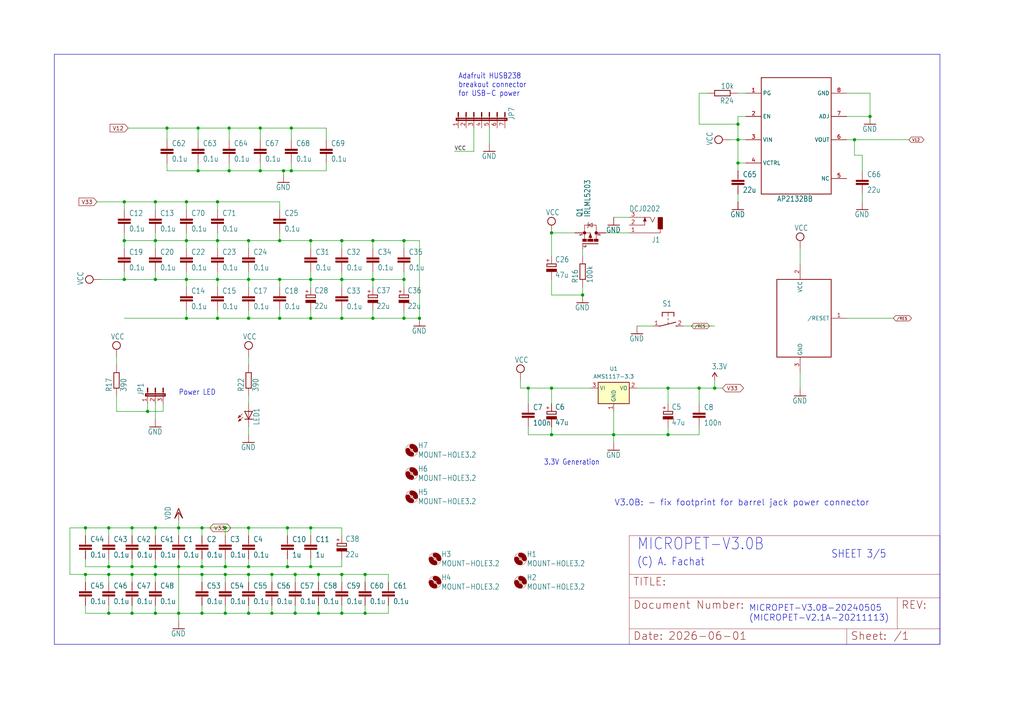
<source format=kicad_sch>
(kicad_sch (version 20231120) (generator "eeschema") (generator_version "8.0")
  (paper "User" 334.823 231.292)
  (junction (at 91.44 91.44))
  (junction (at 71.12 91.44))
  (junction (at 91.44 78.74))
  (junction (at 81.28 185.42))
  (junction (at 35.56 185.42))
  (junction (at 132.08 78.74))
  (junction (at 241.3 53.34))
  (junction (at 50.8 200.66))
  (junction (at 43.18 172.72))
  (junction (at 71.12 104.14))
  (junction (at 81.28 91.44))
  (junction (at 40.64 78.74))
  (junction (at 111.76 187.96))
  (junction (at 73.66 187.96))
  (junction (at 91.44 104.14))
  (junction (at 74.93 41.91))
  (junction (at 121.92 91.44))
  (junction (at 81.28 78.74))
  (junction (at 111.76 91.44))
  (junction (at 180.34 76.2))
  (junction (at 111.76 104.14))
  (junction (at 60.96 66.04))
  (junction (at 66.04 200.66))
  (junction (at 180.34 142.24))
  (junction (at 54.61 41.91))
  (junction (at 73.66 200.66))
  (junction (at 190.5 96.52))
  (junction (at 66.04 172.72))
  (junction (at 121.92 78.74))
  (junction (at 64.77 55.88))
  (junction (at 101.6 78.74))
  (junction (at 93.98 172.72))
  (junction (at 96.52 200.66))
  (junction (at 218.44 142.24))
  (junction (at 233.68 127))
  (junction (at 81.28 187.96))
  (junction (at 101.6 172.72))
  (junction (at 50.8 185.42))
  (junction (at 48.26 134.62))
  (junction (at 35.56 172.72))
  (junction (at 40.64 66.04))
  (junction (at 111.76 200.66))
  (junction (at 119.38 187.96))
  (junction (at 101.6 104.14))
  (junction (at 81.28 104.14))
  (junction (at 27.94 187.96))
  (junction (at 60.96 91.44))
  (junction (at 71.12 66.04))
  (junction (at 172.72 127))
  (junction (at 40.64 91.44))
  (junction (at 95.25 55.88))
  (junction (at 284.48 38.1))
  (junction (at 96.52 187.96))
  (junction (at 58.42 172.72))
  (junction (at 101.6 91.44))
  (junction (at 64.77 41.91))
  (junction (at 218.44 127))
  (junction (at 81.28 200.66))
  (junction (at 119.38 200.66))
  (junction (at 241.3 40.64))
  (junction (at 121.92 104.14))
  (junction (at 43.18 187.96))
  (junction (at 35.56 200.66))
  (junction (at 95.25 41.91))
  (junction (at 200.66 142.24))
  (junction (at 50.8 91.44))
  (junction (at 101.6 185.42))
  (junction (at 104.14 200.66))
  (junction (at 43.18 185.42))
  (junction (at 66.04 187.96))
  (junction (at 43.18 200.66))
  (junction (at 85.09 55.88))
  (junction (at 228.6 127))
  (junction (at 92.71 55.88))
  (junction (at 66.04 185.42))
  (junction (at 27.94 172.72))
  (junction (at 50.8 78.74))
  (junction (at 73.66 172.72))
  (junction (at 111.76 78.74))
  (junction (at 60.96 78.74))
  (junction (at 85.09 41.91))
  (junction (at 93.98 185.42))
  (junction (at 60.96 104.14))
  (junction (at 58.42 185.42))
  (junction (at 71.12 78.74))
  (junction (at 35.56 187.96))
  (junction (at 180.34 127))
  (junction (at 50.8 66.04))
  (junction (at 73.66 185.42))
  (junction (at 279.4 45.72))
  (junction (at 58.42 200.66))
  (junction (at 132.08 91.44))
  (junction (at 88.9 187.96))
  (junction (at 88.9 200.66))
  (junction (at 241.3 45.72))
  (junction (at 81.28 172.72))
  (junction (at 137.16 104.14))
  (junction (at 104.14 187.96))
  (junction (at 74.93 55.88))
  (junction (at 50.8 187.96))
  (junction (at 132.08 104.14))
  (junction (at 50.8 172.72))
  (wire (pts (xy 50.8 175.26) (xy 50.8 172.72)) (stroke (width 0.1524)))
  (wire (pts (xy 261.62 127) (xy 261.62 121.92)) (stroke (width 0.1524)))
  (wire (pts (xy 276.86 30.48) (xy 284.48 30.48)) (stroke (width 0.1524)))
  (wire (pts (xy 40.64 76.2) (xy 40.64 78.74)) (stroke (width 0.1524)))
  (wire (pts (xy 111.76 185.42) (xy 111.76 182.88)) (stroke (width 0.1524)))
  (wire (pts (xy 241.3 30.48) (xy 243.84 30.48)) (stroke (width 0.1524)))
  (wire (pts (xy 27.94 172.72) (xy 27.94 175.26)) (stroke (width 0.1524)))
  (wire (pts (xy 101.6 78.74) (xy 111.76 78.74)) (stroke (width 0.1524)))
  (wire (pts (xy 81.28 119.38) (xy 81.28 116.84)) (stroke (width 0.1524)))
  (wire (pts (xy 101.6 172.72) (xy 111.76 172.72)) (stroke (width 0.1524)))
  (wire (pts (xy 160.02 41.91) (xy 160.02 46.99)) (stroke (width 0.1524)))
  (wire (pts (xy 35.56 172.72) (xy 27.94 172.72)) (stroke (width 0.1524)))
  (wire (pts (xy 73.66 172.72) (xy 81.28 172.72)) (stroke (width 0.1524)))
  (wire (pts (xy 27.94 187.96) (xy 22.86 187.96)) (stroke (width 0.1524)))
  (wire (pts (xy 40.64 66.04) (xy 50.8 66.04)))
  (wire (pts (xy 111.76 187.96) (xy 119.38 187.96)) (stroke (width 0.1524)))
  (wire (pts (xy 31.75 66.04) (xy 40.64 66.04)))
  (wire (pts (xy 187.96 76.2) (xy 180.34 76.2)) (stroke (width 0.1524)))
  (wire (pts (xy 180.34 142.24) (xy 200.66 142.24)) (stroke (width 0.1524)))
  (wire (pts (xy 81.28 185.42) (xy 93.98 185.42)) (stroke (width 0.1524)))
  (wire (pts (xy 180.34 96.52) (xy 180.34 91.44)) (stroke (width 0.1524)))
  (wire (pts (xy 50.8 187.96) (xy 43.18 187.96)) (stroke (width 0.1524)))
  (wire (pts (xy 121.92 78.74) (xy 132.08 78.74)) (stroke (width 0.1524)))
  (wire (pts (xy 64.77 55.88) (xy 74.93 55.88)))
  (wire (pts (xy 27.94 182.88) (xy 27.94 180.34)) (stroke (width 0.1524)))
  (wire (pts (xy 66.04 187.96) (xy 66.04 190.5)))
  (wire (pts (xy 127 187.96) (xy 127 190.5)) (stroke (width 0.1524)))
  (wire (pts (xy 104.14 198.12) (xy 104.14 200.66)))
  (wire (pts (xy 96.52 198.12) (xy 96.52 200.66)))
  (wire (pts (xy 53.34 132.08) (xy 53.34 134.62)) (stroke (width 0.1524)))
  (wire (pts (xy 132.08 91.44) (xy 132.08 88.9)) (stroke (width 0.1524)))
  (wire (pts (xy 236.22 127) (xy 233.68 127)) (stroke (width 0.1524)))
  (wire (pts (xy 223.52 106.68) (xy 233.68 106.68)) (stroke (width 0.1524)))
  (wire (pts (xy 101.6 91.44) (xy 101.6 93.98)) (stroke (width 0.1524)))
  (wire (pts (xy 50.8 66.04) (xy 60.96 66.04)))
  (wire (pts (xy 58.42 172.72) (xy 66.04 172.72)) (stroke (width 0.1524)))
  (wire (pts (xy 276.86 45.72) (xy 279.4 45.72)) (stroke (width 0.1524)))
  (wire (pts (xy 81.28 185.42) (xy 73.66 185.42)) (stroke (width 0.1524)))
  (wire (pts (xy 279.4 50.8) (xy 279.4 45.72)) (stroke (width 0.1524)))
  (wire (pts (xy 50.8 91.44) (xy 60.96 91.44)) (stroke (width 0.1524)))
  (wire (pts (xy 276.86 38.1) (xy 284.48 38.1)) (stroke (width 0.1524)))
  (wire (pts (xy 241.3 38.1) (xy 241.3 40.64)) (stroke (width 0.1524)))
  (wire (pts (xy 119.38 200.66) (xy 119.38 198.12)) (stroke (width 0.1524)))
  (wire (pts (xy 50.8 185.42) (xy 43.18 185.42)) (stroke (width 0.1524)))
  (wire (pts (xy 228.6 132.08) (xy 228.6 127)) (stroke (width 0.1524)))
  (wire (pts (xy 205.74 71.12) (xy 200.66 71.12)) (stroke (width 0.1524)))
  (wire (pts (xy 172.72 127) (xy 170.18 127)) (stroke (width 0.1524)))
  (wire (pts (xy 53.34 134.62) (xy 48.26 134.62)) (stroke (width 0.1524)))
  (wire (pts (xy 104.14 187.96) (xy 104.14 190.5)))
  (wire (pts (xy 40.64 66.04) (xy 40.64 68.58)))
  (wire (pts (xy 91.44 76.2) (xy 91.44 78.74)))
  (wire (pts (xy 40.64 91.44) (xy 40.64 88.9)) (stroke (width 0.1524)))
  (wire (pts (xy 35.56 187.96) (xy 27.94 187.96)) (stroke (width 0.1524)))
  (wire (pts (xy 96.52 187.96) (xy 104.14 187.96)) (stroke (width 0.1524)))
  (wire (pts (xy 93.98 185.42) (xy 101.6 185.42)) (stroke (width 0.1524)))
  (wire (pts (xy 58.42 185.42) (xy 58.42 182.88)) (stroke (width 0.1524)))
  (wire (pts (xy 66.04 172.72) (xy 73.66 172.72)) (stroke (width 0.1524)))
  (wire (pts (xy 137.16 78.74) (xy 137.16 104.14)) (stroke (width 0.1524)))
  (wire (pts (xy 81.28 104.14) (xy 91.44 104.14)) (stroke (width 0.1524)))
  (wire (pts (xy 243.84 53.34) (xy 241.3 53.34)) (stroke (width 0.1524)))
  (wire (pts (xy 41.91 41.91) (xy 54.61 41.91)))
  (wire (pts (xy 81.28 182.88) (xy 81.28 185.42)) (stroke (width 0.1524)))
  (wire (pts (xy 208.28 106.68) (xy 213.36 106.68)) (stroke (width 0.1524)))
  (wire (pts (xy 40.64 78.74) (xy 40.64 81.28)) (stroke (width 0.1524)))
  (wire (pts (xy 96.52 200.66) (xy 104.14 200.66)) (stroke (width 0.1524)))
  (wire (pts (xy 170.18 127) (xy 170.18 124.46)) (stroke (width 0.1524)))
  (wire (pts (xy 106.68 41.91) (xy 106.68 45.72)))
  (wire (pts (xy 88.9 187.96) (xy 96.52 187.96)) (stroke (width 0.1524)))
  (wire (pts (xy 22.86 172.72) (xy 27.94 172.72)) (stroke (width 0.1524)))
  (wire (pts (xy 93.98 175.26) (xy 93.98 172.72)) (stroke (width 0.1524)))
  (wire (pts (xy 198.12 76.2) (xy 205.74 76.2)) (stroke (width 0.1524)))
  (wire (pts (xy 281.94 55.88) (xy 281.94 50.8)) (stroke (width 0.1524)))
  (wire (pts (xy 58.42 185.42) (xy 50.8 185.42)) (stroke (width 0.1524)))
  (wire (pts (xy 60.96 76.2) (xy 60.96 78.74)) (stroke (width 0.1524)))
  (wire (pts (xy 154.94 41.91) (xy 154.94 49.53)) (stroke (width 0.1524)))
  (wire (pts (xy 33.02 91.44) (xy 40.64 91.44)) (stroke (width 0.1524)))
  (polyline (pts (xy 307.34 210.82) (xy 307.34 17.78)) (stroke (width 0.1524) (type solid)))
  (wire (pts (xy 101.6 185.42) (xy 111.76 185.42)) (stroke (width 0.1524)))
  (wire (pts (xy 238.76 45.72) (xy 241.3 45.72)) (stroke (width 0.1524)))
  (wire (pts (xy 66.04 185.42) (xy 58.42 185.42)) (stroke (width 0.1524)))
  (wire (pts (xy 241.3 40.64) (xy 228.6 40.64)) (stroke (width 0.1524)))
  (wire (pts (xy 27.94 200.66) (xy 35.56 200.66)) (stroke (width 0.1524)))
  (wire (pts (xy 64.77 41.91) (xy 64.77 45.72)))
  (wire (pts (xy 91.44 91.44) (xy 101.6 91.44)) (stroke (width 0.1524)))
  (wire (pts (xy 66.04 175.26) (xy 66.04 172.72)) (stroke (width 0.1524)))
  (wire (pts (xy 92.71 55.88) (xy 95.25 55.88)))
  (wire (pts (xy 95.25 53.34) (xy 95.25 55.88)))
  (wire (pts (xy 111.76 200.66) (xy 119.38 200.66)) (stroke (width 0.1524)))
  (wire (pts (xy 50.8 182.88) (xy 50.8 185.42)) (stroke (width 0.1524)))
  (wire (pts (xy 73.66 200.66) (xy 81.28 200.66)) (stroke (width 0.1524)))
  (wire (pts (xy 81.28 142.24) (xy 81.28 139.7)) (stroke (width 0.1524)))
  (wire (pts (xy 95.25 41.91) (xy 106.68 41.91)))
  (wire (pts (xy 190.5 96.52) (xy 180.34 96.52)) (stroke (width 0.1524)))
  (wire (pts (xy 85.09 41.91) (xy 95.25 41.91)))
  (wire (pts (xy 81.28 81.28) (xy 81.28 78.74)) (stroke (width 0.1524)))
  (wire (pts (xy 200.66 142.24) (xy 200.66 144.78)) (stroke (width 0.1524)))
  (wire (pts (xy 58.42 200.66) (xy 58.42 185.42)) (stroke (width 0.1524)))
  (wire (pts (xy 233.68 127) (xy 233.68 124.46)) (stroke (width 0.1524)))
  (wire (pts (xy 119.38 200.66) (xy 127 200.66)) (stroke (width 0.1524)))
  (wire (pts (xy 228.6 30.48) (xy 231.14 30.48)) (stroke (width 0.1524)))
  (wire (pts (xy 228.6 127) (xy 233.68 127)) (stroke (width 0.1524)))
  (wire (pts (xy 96.52 187.96) (xy 96.52 190.5)))
  (wire (pts (xy 81.28 175.26) (xy 81.28 172.72)) (stroke (width 0.1524)))
  (wire (pts (xy 104.14 187.96) (xy 111.76 187.96)) (stroke (width 0.1524)))
  (wire (pts (xy 71.12 101.6) (xy 71.12 104.14)) (stroke (width 0.1524)))
  (wire (pts (xy 111.76 93.98) (xy 111.76 91.44)) (stroke (width 0.1524)))
  (wire (pts (xy 50.8 200.66) (xy 58.42 200.66)) (stroke (width 0.1524)))
  (wire (pts (xy 190.5 96.52) (xy 190.5 93.98)) (stroke (width 0.1524)))
  (wire (pts (xy 50.8 81.28) (xy 50.8 78.74)) (stroke (width 0.1524)))
  (wire (pts (xy 200.66 134.62) (xy 200.66 142.24)) (stroke (width 0.1524)))
  (wire (pts (xy 43.18 200.66) (xy 50.8 200.66)) (stroke (width 0.1524)))
  (wire (pts (xy 71.12 91.44) (xy 81.28 91.44)) (stroke (width 0.1524)))
  (wire (pts (xy 101.6 91.44) (xy 101.6 88.9)) (stroke (width 0.1524)))
  (wire (pts (xy 241.3 53.34) (xy 241.3 45.72)) (stroke (width 0.1524)))
  (polyline (pts (xy 17.78 17.78) (xy 17.78 210.82)) (stroke (width 0.1524) (type solid)))
  (wire (pts (xy 111.76 81.28) (xy 111.76 78.74)) (stroke (width 0.1524)))
  (wire (pts (xy 279.4 45.72) (xy 297.18 45.72)) (stroke (width 0.1524)))
  (wire (pts (xy 81.28 91.44) (xy 91.44 91.44)) (stroke (width 0.1524)))
  (wire (pts (xy 81.28 101.6) (xy 81.28 104.14)) (stroke (width 0.1524)))
  (wire (pts (xy 241.3 55.88) (xy 241.3 53.34)) (stroke (width 0.1524)))
  (wire (pts (xy 101.6 81.28) (xy 101.6 78.74)) (stroke (width 0.1524)))
  (wire (pts (xy 95.25 41.91) (xy 95.25 45.72)))
  (wire (pts (xy 281.94 66.04) (xy 281.94 63.5)) (stroke (width 0.1524)))
  (wire (pts (xy 43.18 198.12) (xy 43.18 200.66)) (stroke (width 0.1524)))
  (wire (pts (xy 81.28 172.72) (xy 93.98 172.72)) (stroke (width 0.1524)))
  (wire (pts (xy 22.86 187.96) (xy 22.86 172.72)) (stroke (width 0.1524)))
  (wire (pts (xy 132.08 104.14) (xy 137.16 104.14)) (stroke (width 0.1524)))
  (wire (pts (xy 58.42 200.66) (xy 66.04 200.66)) (stroke (width 0.1524)))
  (wire (pts (xy 93.98 172.72) (xy 101.6 172.72)) (stroke (width 0.1524)))
  (wire (pts (xy 81.28 198.12) (xy 81.28 200.66)))
  (wire (pts (xy 66.04 198.12) (xy 66.04 200.66)))
  (wire (pts (xy 66.04 187.96) (xy 73.66 187.96)) (stroke (width 0.1524)))
  (wire (pts (xy 241.3 66.04) (xy 241.3 63.5)) (stroke (width 0.1524)))
  (wire (pts (xy 210.82 127) (xy 218.44 127)) (stroke (width 0.1524)))
  (wire (pts (xy 228.6 142.24) (xy 228.6 139.7)) (stroke (width 0.1524)))
  (wire (pts (xy 73.66 187.96) (xy 73.66 190.5)))
  (wire (pts (xy 81.28 78.74) (xy 91.44 78.74)) (stroke (width 0.1524)))
  (wire (pts (xy 43.18 172.72) (xy 35.56 172.72)) (stroke (width 0.1524)))
  (wire (pts (xy 180.34 127) (xy 193.04 127)) (stroke (width 0.1524)))
  (wire (pts (xy 48.26 134.62) (xy 48.26 132.08)) (stroke (width 0.1524)))
  (wire (pts (xy 35.56 198.12) (xy 35.56 200.66)) (stroke (width 0.1524)))
  (wire (pts (xy 91.44 91.44) (xy 91.44 93.98)) (stroke (width 0.1524)))
  (wire (pts (xy 43.18 175.26) (xy 43.18 172.72)) (stroke (width 0.1524)))
  (wire (pts (xy 35.56 190.5) (xy 35.56 187.96)) (stroke (width 0.1524)))
  (wire (pts (xy 54.61 53.34) (xy 54.61 55.88)))
  (wire (pts (xy 180.34 127) (xy 172.72 127)) (stroke (width 0.1524)))
  (wire (pts (xy 218.44 142.24) (xy 218.44 139.7)) (stroke (width 0.1524)))
  (wire (pts (xy 180.34 127) (xy 180.34 132.08)) (stroke (width 0.1524)))
  (wire (pts (xy 71.12 88.9) (xy 71.12 91.44)) (stroke (width 0.1524)))
  (wire (pts (xy 50.8 172.72) (xy 43.18 172.72)) (stroke (width 0.1524)))
  (wire (pts (xy 111.76 91.44) (xy 111.76 88.9)) (stroke (width 0.1524)))
  (wire (pts (xy 58.42 203.2) (xy 58.42 200.66)) (stroke (width 0.1524)))
  (wire (pts (xy 60.96 66.04) (xy 71.12 66.04)))
  (wire (pts (xy 93.98 182.88) (xy 93.98 185.42)) (stroke (width 0.1524)))
  (wire (pts (xy 91.44 66.04) (xy 91.44 68.58)))
  (wire (pts (xy 101.6 101.6) (xy 101.6 104.14)) (stroke (width 0.1524)))
  (wire (pts (xy 74.93 55.88) (xy 85.09 55.88)))
  (wire (pts (xy 54.61 45.72) (xy 54.61 41.91)))
  (wire (pts (xy 58.42 170.18) (xy 58.42 172.72)) (stroke (width 0.1524)))
  (wire (pts (xy 104.14 200.66) (xy 111.76 200.66)) (stroke (width 0.1524)))
  (wire (pts (xy 148.59 49.53) (xy 154.94 49.53)) (stroke (width 0.1524)))
  (wire (pts (xy 88.9 200.66) (xy 96.52 200.66)) (stroke (width 0.1524)))
  (wire (pts (xy 71.12 76.2) (xy 71.12 78.74)) (stroke (width 0.1524)))
  (wire (pts (xy 119.38 187.96) (xy 119.38 190.5)) (stroke (width 0.1524)))
  (wire (pts (xy 243.84 38.1) (xy 241.3 38.1)) (stroke (width 0.1524)))
  (wire (pts (xy 54.61 55.88) (xy 64.77 55.88)))
  (wire (pts (xy 73.66 198.12) (xy 73.66 200.66)))
  (wire (pts (xy 60.96 66.04) (xy 60.96 68.58)))
  (wire (pts (xy 40.64 91.44) (xy 50.8 91.44)) (stroke (width 0.1524)))
  (wire (pts (xy 40.64 104.14) (xy 60.96 104.14)) (stroke (width 0.1524)))
  (wire (pts (xy 218.44 127) (xy 218.44 132.08)) (stroke (width 0.1524)))
  (wire (pts (xy 88.9 187.96) (xy 88.9 190.5)))
  (wire (pts (xy 71.12 78.74) (xy 81.28 78.74)) (stroke (width 0.1524)))
  (wire (pts (xy 43.18 185.42) (xy 35.56 185.42)) (stroke (width 0.1524)))
  (wire (pts (xy 88.9 198.12) (xy 88.9 200.66)))
  (wire (pts (xy 71.12 81.28) (xy 71.12 78.74)) (stroke (width 0.1524)))
  (wire (pts (xy 276.86 104.14) (xy 292.1 104.14)) (stroke (width 0.1524)))
  (wire (pts (xy 71.12 66.04) (xy 71.12 68.58)))
  (wire (pts (xy 27.94 190.5) (xy 27.94 187.96)) (stroke (width 0.1524)))
  (wire (pts (xy 60.96 78.74) (xy 71.12 78.74)) (stroke (width 0.1524)))
  (wire (pts (xy 50.8 190.5) (xy 50.8 187.96)) (stroke (width 0.1524)))
  (wire (pts (xy 50.8 200.66) (xy 50.8 198.12)) (stroke (width 0.1524)))
  (wire (pts (xy 218.44 142.24) (xy 228.6 142.24)) (stroke (width 0.1524)))
  (wire (pts (xy 27.94 185.42) (xy 27.94 182.88)) (stroke (width 0.1524)))
  (wire (pts (xy 50.8 137.16) (xy 50.8 132.08)) (stroke (width 0.1524)))
  (wire (pts (xy 121.92 81.28) (xy 121.92 78.74)) (stroke (width 0.1524)))
  (wire (pts (xy 111.76 172.72) (xy 111.76 175.26)) (stroke (width 0.1524)))
  (wire (pts (xy 73.66 175.26) (xy 73.66 172.72)) (stroke (width 0.1524)))
  (wire (pts (xy 64.77 41.91) (xy 74.93 41.91)))
  (wire (pts (xy 132.08 93.98) (xy 132.08 91.44)) (stroke (width 0.1524)))
  (wire (pts (xy 190.5 81.28) (xy 190.5 83.82)) (stroke (width 0.1524)))
  (wire (pts (xy 121.92 91.44) (xy 132.08 91.44)) (stroke (width 0.1524)))
  (wire (pts (xy 81.28 132.08) (xy 81.28 129.54)) (stroke (width 0.1524)))
  (wire (pts (xy 119.38 187.96) (xy 127 187.96)) (stroke (width 0.1524)))
  (wire (pts (xy 50.8 78.74) (xy 40.64 78.74)) (stroke (width 0.1524)))
  (wire (pts (xy 27.94 198.12) (xy 27.94 200.66)) (stroke (width 0.1524)))
  (wire (pts (xy 101.6 104.14) (xy 111.76 104.14)) (stroke (width 0.1524)))
  (wire (pts (xy 38.1 134.62) (xy 38.1 129.54)) (stroke (width 0.1524)))
  (wire (pts (xy 101.6 185.42) (xy 101.6 182.88)) (stroke (width 0.1524)))
  (wire (pts (xy 50.8 88.9) (xy 50.8 91.44)) (stroke (width 0.1524)))
  (wire (pts (xy 241.3 45.72) (xy 243.84 45.72)) (stroke (width 0.1524)))
  (wire (pts (xy 121.92 101.6) (xy 121.92 104.14)) (stroke (width 0.1524)))
  (wire (pts (xy 50.8 76.2) (xy 50.8 78.74)) (stroke (width 0.1524)))
  (wire (pts (xy 208.28 127) (xy 210.82 127)))
  (wire (pts (xy 60.96 101.6) (xy 60.96 104.14)) (stroke (width 0.1524)))
  (wire (pts (xy 281.94 50.8) (xy 279.4 50.8)) (stroke (width 0.1524)))
  (wire (pts (xy 35.56 175.26) (xy 35.56 172.72)) (stroke (width 0.1524)))
  (wire (pts (xy 92.71 55.88) (xy 92.71 57.15)))
  (wire (pts (xy 35.56 185.42) (xy 27.94 185.42)) (stroke (width 0.1524)))
  (wire (pts (xy 43.18 187.96) (xy 35.56 187.96)) (stroke (width 0.1524)))
  (wire (pts (xy 38.1 119.38) (xy 38.1 116.84)) (stroke (width 0.1524)))
  (wire (pts (xy 111.76 187.96) (xy 111.76 190.5)))
  (wire (pts (xy 284.48 30.48) (xy 284.48 38.1)) (stroke (width 0.1524)))
  (wire (pts (xy 91.44 78.74) (xy 101.6 78.74)) (stroke (width 0.1524)))
  (wire (pts (xy 66.04 182.88) (xy 66.04 185.42)) (stroke (width 0.1524)))
  (wire (pts (xy 64.77 53.34) (xy 64.77 55.88)))
  (wire (pts (xy 111.76 78.74) (xy 121.92 78.74)) (stroke (width 0.1524)))
  (wire (pts (xy 200.66 142.24) (xy 218.44 142.24)) (stroke (width 0.1524)))
  (wire (pts (xy 71.12 104.14) (xy 81.28 104.14)) (stroke (width 0.1524)))
  (wire (pts (xy 73.66 187.96) (xy 81.28 187.96)) (stroke (width 0.1524)))
  (wire (pts (xy 60.96 104.14) (xy 71.12 104.14)) (stroke (width 0.1524)))
  (wire (pts (xy 111.76 104.14) (xy 121.92 104.14)) (stroke (width 0.1524)))
  (wire (pts (xy 132.08 78.74) (xy 137.16 78.74)) (stroke (width 0.1524)))
  (polyline (pts (xy 17.78 210.82) (xy 307.34 210.82)) (stroke (width 0.1524) (type solid)))
  (wire (pts (xy 35.56 200.66) (xy 43.18 200.66)) (stroke (width 0.1524)))
  (wire (pts (xy 50.8 78.74) (xy 60.96 78.74)) (stroke (width 0.1524)))
  (wire (pts (xy 127 200.66) (xy 127 198.12)) (stroke (width 0.1524)))
  (wire (pts (xy 43.18 190.5) (xy 43.18 187.96)) (stroke (width 0.1524)))
  (wire (pts (xy 60.96 88.9) (xy 60.96 91.44)) (stroke (width 0.1524)))
  (wire (pts (xy 54.61 41.91) (xy 64.77 41.91)))
  (wire (pts (xy 60.96 91.44) (xy 71.12 91.44)) (stroke (width 0.1524)))
  (wire (pts (xy 66.04 200.66) (xy 73.66 200.66)) (stroke (width 0.1524)))
  (wire (pts (xy 121.92 104.14) (xy 132.08 104.14)) (stroke (width 0.1524)))
  (wire (pts (xy 261.62 86.36) (xy 261.62 81.28)) (stroke (width 0.1524)))
  (wire (pts (xy 43.18 182.88) (xy 43.18 185.42)) (stroke (width 0.1524)))
  (wire (pts (xy 111.76 91.44) (xy 121.92 91.44)) (stroke (width 0.1524)))
  (wire (pts (xy 50.8 187.96) (xy 66.04 187.96)) (stroke (width 0.1524)))
  (polyline (pts (xy 307.34 17.78) (xy 17.78 17.78)) (stroke (width 0.1524) (type solid)))
  (wire (pts (xy 132.08 81.28) (xy 132.08 78.74)) (stroke (width 0.1524)))
  (wire (pts (xy 85.09 41.91) (xy 85.09 45.72)))
  (wire (pts (xy 132.08 101.6) (xy 132.08 104.14)) (stroke (width 0.1524)))
  (wire (pts (xy 74.93 53.34) (xy 74.93 55.88)))
  (wire (pts (xy 81.28 91.44) (xy 81.28 93.98)) (stroke (width 0.1524)))
  (wire (pts (xy 101.6 172.72) (xy 101.6 175.26)) (stroke (width 0.1524)))
  (wire (pts (xy 81.28 200.66) (xy 88.9 200.66)) (stroke (width 0.1524)))
  (wire (pts (xy 85.09 53.34) (xy 85.09 55.88)))
  (wire (pts (xy 180.34 139.7) (xy 180.34 142.24)) (stroke (width 0.1524)))
  (wire (pts (xy 180.34 83.82) (xy 180.34 76.2)) (stroke (width 0.1524)))
  (wire (pts (xy 81.28 187.96) (xy 88.9 187.96)) (stroke (width 0.1524)))
  (wire (pts (xy 58.42 172.72) (xy 50.8 172.72)) (stroke (width 0.1524)))
  (wire (pts (xy 172.72 132.08) (xy 172.72 127)) (stroke (width 0.1524)))
  (wire (pts (xy 95.25 55.88) (xy 106.68 55.88)))
  (wire (pts (xy 91.44 101.6) (xy 91.44 104.14)) (stroke (width 0.1524)))
  (wire (pts (xy 241.3 45.72) (xy 241.3 40.64)) (stroke (width 0.1524)))
  (wire (pts (xy 218.44 127) (xy 228.6 127)) (stroke (width 0.1524)))
  (wire (pts (xy 180.34 142.24) (xy 172.72 142.24)) (stroke (width 0.1524)))
  (wire (pts (xy 48.26 134.62) (xy 38.1 134.62)) (stroke (width 0.1524)))
  (wire (pts (xy 106.68 53.34) (xy 106.68 55.88)))
  (wire (pts (xy 73.66 185.42) (xy 66.04 185.42)) (stroke (width 0.1524)))
  (wire (pts (xy 71.12 66.04) (xy 91.44 66.04)))
  (wire (pts (xy 85.09 55.88) (xy 92.71 55.88)))
  (wire (pts (xy 58.42 175.26) (xy 58.42 172.72)) (stroke (width 0.1524)))
  (wire (pts (xy 121.92 91.44) (xy 121.92 88.9)) (stroke (width 0.1524)))
  (wire (pts (xy 60.96 81.28) (xy 60.96 78.74)) (stroke (width 0.1524)))
  (wire (pts (xy 101.6 91.44) (xy 111.76 91.44)) (stroke (width 0.1524)))
  (wire (pts (xy 111.76 101.6) (xy 111.76 104.14)) (stroke (width 0.1524)))
  (wire (pts (xy 74.93 41.91) (xy 74.93 45.72)))
  (wire (pts (xy 81.28 88.9) (xy 81.28 91.44)) (stroke (width 0.1524)))
  (wire (pts (xy 74.93 41.91) (xy 85.09 41.91)))
  (wire (pts (xy 111.76 198.12) (xy 111.76 200.66)))
  (wire (pts (xy 35.56 182.88) (xy 35.56 185.42)) (stroke (width 0.1524)))
  (wire (pts (xy 121.92 93.98) (xy 121.92 91.44)) (stroke (width 0.1524)))
  (wire (pts (xy 228.6 40.64) (xy 228.6 30.48)) (stroke (width 0.1524)))
  (wire (pts (xy 73.66 182.88) (xy 73.66 185.42)) (stroke (width 0.1524)))
  (wire (pts (xy 50.8 66.04) (xy 50.8 68.58)))
  (wire (pts (xy 172.72 142.24) (xy 172.72 139.7)) (stroke (width 0.1524)))
  (wire (pts (xy 60.96 91.44) (xy 60.96 93.98)) (stroke (width 0.1524)))
  (wire (pts (xy 71.12 91.44) (xy 71.12 93.98)) (stroke (width 0.1524)))
  (wire (pts (xy 81.28 187.96) (xy 81.28 190.5)))
  (wire (pts (xy 91.44 104.14) (xy 101.6 104.14)) (stroke (width 0.1524)))
  (text "Adafruit HUSB238\nbreakout connector\nfor USB-C power" (at 149.86 31.75 0) (effects (font (size 1.778 1.5113)) (justify left bottom)))
  (text "(C) A. Fachat" (at 208.28 185.42 0) (effects (font (size 2.54 2.159)) (justify left bottom)))
  (text "SHEET 3/5" (at 271.78 182.88 0) (effects (font (size 2.54 2.159)) (justify left bottom)))
  (text "V3.0B: - fix footprint for barrel jack power connector\n" (at 242.57 164.592 0) (effects (font (size 2 2))))
  (text "3.3V Generation" (at 177.8 152.4 0) (effects (font (size 1.778 1.5113)) (justify left bottom)))
  (text "MICROPET-V3.0B" (at 208.28 180.34 0) (effects (font (size 3.81 3.2385)) (justify left bottom)))
  (text "Power LED" (at 58.42 129.54 0) (effects (font (size 1.778 1.5113)) (justify left bottom)))
  (text "MICROPET-V3.0B-20240505\n(MICROPET-V2.1A-20211113)" (at 244.856 203.454 0) (effects (font (size 2 2)) (justify left bottom)))
  (label "VCC" (at 148.59 49.53 0))
  (global_label "/RES" (shape bidirectional) (at 226.06 106.68 0) (effects (font (size 0.889 0.889))) (property "Intersheetrefs" "${INTERSHEET_REFS}" (effects (hide yes))))
  (global_label "V33" (shape bidirectional) (at 236.22 127 0) (effects (font (size 1.2446 1.2446))) (property "Intersheetrefs" "${INTERSHEET_REFS}" (effects (hide yes))))
  (global_label "V12" (shape input) (at 41.91 41.91 180) (property "Intersheetrefs" "${INTERSHEET_REFS}" (effects (hide yes))))
  (global_label "V33" (shape bidirectional) (at 68.58 172.72 0) (effects (font (size 1.2446 1.2446))) (property "Intersheetrefs" "${INTERSHEET_REFS}" (effects (hide yes))))
  (global_label "/RES" (shape bidirectional) (at 292.1 104.14 0) (effects (font (size 0.889 0.889))) (property "Intersheetrefs" "${INTERSHEET_REFS}" (effects (hide yes))))
  (global_label "V33" (shape input) (at 31.75 66.04 180) (property "Intersheetrefs" "${INTERSHEET_REFS}" (effects (hide yes))))
  (global_label "V12" (shape bidirectional) (at 297.18 45.72 0) (effects (font (size 0.889 0.889))) (property "Intersheetrefs" "${INTERSHEET_REFS}" (effects (hide yes))))
  (symbol (lib_id "micropet_v3-eagle-import:C-EUC0603") (at 74.93 48.26 0) (unit 1)
    (property "Reference" "C64" (at 76.454 47.879 0) (effects (font (size 1.778 1.5113)) (justify left bottom)))
    (property "Value" "0.1u" (at 76.454 52.959 0) (effects (font (size 1.778 1.5113)) (justify left bottom)))
    (property "Footprint" "micropet_v3:C0603" (effects (hide yes)))
  )
  (symbol (lib_id "micropet_v3-eagle-import:C-EUC0603") (at 111.76 83.82 0) (unit 1)
    (property "Reference" "C32" (at 113.284 83.439 0) (effects (font (size 1.778 1.5113)) (justify left bottom)))
    (property "Value" "0.1u" (at 113.284 88.519 0) (effects (font (size 1.778 1.5113)) (justify left bottom)))
    (property "Footprint" "micropet_v3:C0603" (effects (hide yes)))
  )
  (symbol (lib_id "micropet_v3-eagle-import:CPOL-EUE5-8.5") (at 218.44 134.62 0) (unit 1)
    (property "Reference" "C5" (at 219.583 134.1374 0) (effects (font (size 1.778 1.5113)) (justify left bottom)))
    (property "Value" "47u" (at 219.583 139.2174 0) (effects (font (size 1.778 1.5113)) (justify left bottom)))
    (property "Footprint" "micropet_v3:E5-8,5" (effects (hide yes)))
  )
  (symbol (lib_id "micropet_v3-eagle-import:C-EUC0805") (at 281.94 58.42 0) (unit 1)
    (property "Reference" "C66" (at 283.464 58.039 0) (effects (font (size 1.778 1.5113)) (justify left bottom)))
    (property "Value" "22u" (at 283.464 63.119 0) (effects (font (size 1.778 1.5113)) (justify left bottom)))
    (property "Footprint" "micropet_v3:C0805" (effects (hide yes)))
  )
  (symbol (lib_id "micropet_v3-eagle-import:MOUNT-HOLE3.2") (at 134.62 162.56 0) (unit 1)
    (property "Reference" "H5" (at 136.652 161.9758 0) (effects (font (size 1.778 1.5113)) (justify left bottom)))
    (property "Value" "MOUNT-HOLE3.2" (at 136.652 165.0238 0) (effects (font (size 1.778 1.5113)) (justify left bottom)))
    (property "Footprint" "micropet_v3:3,2" (effects (hide yes)))
  )
  (symbol (lib_id "micropet_v3-eagle-import:CPOL-EUE5-6") (at 180.34 134.62 0) (unit 1)
    (property "Reference" "C6" (at 181.483 134.1374 0) (effects (font (size 1.778 1.5113)) (justify left bottom)))
    (property "Value" "47u" (at 181.483 139.2174 0) (effects (font (size 1.778 1.5113)) (justify left bottom)))
    (property "Footprint" "micropet_v3:E5-6" (effects (hide yes)))
  )
  (symbol (lib_id "micropet_v3-eagle-import:C-EUC0603") (at 106.68 48.26 0) (unit 1)
    (property "Reference" "C69" (at 108.204 47.879 0) (effects (font (size 1.778 1.5113)) (justify left bottom)))
    (property "Value" "0.1u" (at 108.204 52.959 0) (effects (font (size 1.778 1.5113)) (justify left bottom)))
    (property "Footprint" "micropet_v3:C0603" (effects (hide yes)))
  )
  (symbol (lib_id "micropet_v3-eagle-import:GND") (at 50.8 139.7 0) (unit 1)
    (property "Reference" "#GND026" (effects (hide yes)))
    (property "Value" "GND" (at 48.26 142.24 0) (effects (font (size 1.778 1.5113)) (justify left bottom)))
  )
  (symbol (lib_id "micropet_v3-eagle-import:AP2132BB") (at 259.08 43.18 0) (unit 1)
    (property "Reference" "U$16" (effects (hide yes)))
    (property "Value" "AP2132BB" (at 254 66.04 0) (effects (font (size 1.778 1.5113)) (justify left bottom)))
    (property "Footprint" "micropet_v3:PSOP-8-FIXED" (effects (hide yes)))
  )
  (symbol (lib_id "micropet_v3-eagle-import:VCC") (at 81.28 114.3 0) (unit 1)
    (property "Reference" "#V021" (effects (hide yes)))
    (property "Value" "VCC" (at 79.375 111.125 0) (effects (font (size 1.778 1.5113)) (justify left bottom)))
  )
  (symbol (lib_id "micropet_v3-eagle-import:CPOL-EUE2.5-6") (at 132.08 96.52 0) (unit 1)
    (property "Reference" "C36" (at 133.223 96.0374 0) (effects (font (size 1.778 1.5113)) (justify left bottom)))
    (property "Value" "22u" (at 133.223 101.1174 0) (effects (font (size 1.778 1.5113)) (justify left bottom)))
    (property "Footprint" "micropet_v3:E2,5-6" (effects (hide yes)))
  )
  (symbol (lib_id "micropet_v3-eagle-import:C-EUC0603") (at 101.6 177.8 0) (unit 1)
    (property "Reference" "C11" (at 103.124 177.419 0) (effects (font (size 1.778 1.5113)) (justify left bottom)))
    (property "Value" "1u" (at 103.124 182.499 0) (effects (font (size 1.778 1.5113)) (justify left bottom)))
    (property "Footprint" "micropet_v3:C0603" (effects (hide yes)))
  )
  (symbol (lib_id "micropet_v3-eagle-import:C-EUC0603") (at 54.61 48.26 0) (unit 1)
    (property "Reference" "C62" (at 56.134 47.879 0) (effects (font (size 1.778 1.5113)) (justify left bottom)))
    (property "Value" "0.1u" (at 56.134 52.959 0) (effects (font (size 1.778 1.5113)) (justify left bottom)))
    (property "Footprint" "micropet_v3:C0603" (effects (hide yes)))
  )
  (symbol (lib_id "micropet_v3-eagle-import:GND") (at 281.94 68.58 0) (unit 1)
    (property "Reference" "#GND061" (effects (hide yes)))
    (property "Value" "GND" (at 279.4 71.12 0) (effects (font (size 1.778 1.5113)) (justify left bottom)))
  )
  (symbol (lib_id "micropet_v3-eagle-import:VCC") (at 30.48 91.44 90) (unit 1)
    (property "Reference" "#V06" (effects (hide yes)))
    (property "Value" "VCC" (at 27.305 93.345 0) (effects (font (size 1.778 1.5113)) (justify left bottom)))
  )
  (symbol (lib_id "micropet_v3-eagle-import:C-EUC0603") (at 172.72 134.62 0) (unit 1)
    (property "Reference" "C7" (at 174.244 134.239 0) (effects (font (size 1.778 1.5113)) (justify left bottom)))
    (property "Value" "100n" (at 174.244 139.319 0) (effects (font (size 1.778 1.5113)) (justify left bottom)))
    (property "Footprint" "micropet_v3:C0603" (effects (hide yes)))
  )
  (symbol (lib_id "micropet_v3-eagle-import:C-EUC0603") (at 50.8 71.12 0) (unit 1)
    (property "Reference" "C13" (at 52.324 70.739 0) (effects (font (size 1.778 1.5113)) (justify left bottom)))
    (property "Value" "0.1u" (at 52.324 75.819 0) (effects (font (size 1.778 1.5113)) (justify left bottom)))
    (property "Footprint" "micropet_v3:C0603" (effects (hide yes)))
  )
  (symbol (lib_id "micropet_v3-eagle-import:C-EUC0603") (at 71.12 71.12 0) (unit 1)
    (property "Reference" "C71" (at 72.644 70.739 0) (effects (font (size 1.778 1.5113)) (justify left bottom)))
    (property "Value" "0.1u" (at 72.644 75.819 0) (effects (font (size 1.778 1.5113)) (justify left bottom)))
    (property "Footprint" "micropet_v3:C0603" (effects (hide yes)))
  )
  (symbol (lib_id "micropet_v3-eagle-import:C-EUC0603") (at 88.9 193.04 0) (unit 1)
    (property "Reference" "C56" (at 90.424 192.659 0) (effects (font (size 1.778 1.5113)) (justify left bottom)))
    (property "Value" "0.1u" (at 90.424 197.739 0) (effects (font (size 1.778 1.5113)) (justify left bottom)))
    (property "Footprint" "micropet_v3:C0603" (effects (hide yes)))
  )
  (symbol (lib_id "micropet_v3-eagle-import:MOUNT-HOLE3.2") (at 134.62 147.32 0) (unit 1)
    (property "Reference" "H7" (at 136.652 146.7358 0) (effects (font (size 1.778 1.5113)) (justify left bottom)))
    (property "Value" "MOUNT-HOLE3.2" (at 136.652 149.7838 0) (effects (font (size 1.778 1.5113)) (justify left bottom)))
    (property "Footprint" "micropet_v3:3,2" (effects (hide yes)))
  )
  (symbol (lib_id "micropet_v3-eagle-import:C-EUC0603") (at 81.28 177.8 0) (unit 1)
    (property "Reference" "C4" (at 82.804 177.419 0) (effects (font (size 1.778 1.5113)) (justify left bottom)))
    (property "Value" "0.1u" (at 82.804 182.499 0) (effects (font (size 1.778 1.5113)) (justify left bottom)))
    (property "Footprint" "micropet_v3:C0603" (effects (hide yes)))
  )
  (symbol (lib_id "micropet_v3-eagle-import:C-EUC0603") (at 96.52 193.04 0) (unit 1)
    (property "Reference" "C57" (at 98.044 192.659 0) (effects (font (size 1.778 1.5113)) (justify left bottom)))
    (property "Value" "0.1u" (at 98.044 197.739 0) (effects (font (size 1.778 1.5113)) (justify left bottom)))
    (property "Footprint" "micropet_v3:C0603" (effects (hide yes)))
  )
  (symbol (lib_id "micropet_v3-eagle-import:IRLML5203") (at 193.04 78.74 90) (unit 1)
    (property "Reference" "Q1" (at 190.5 71.12 0) (effects (font (size 1.778 1.5113)) (justify left bottom)))
    (property "Value" "IRLML5203" (at 193.04 71.12 0) (effects (font (size 1.778 1.5113)) (justify left bottom)))
    (property "Footprint" "micropet_v3:MICRO3" (effects (hide yes)))
  )
  (symbol (lib_id "micropet_v3-eagle-import:CPOL-EUE2.5-6") (at 180.34 86.36 0) (unit 1)
    (property "Reference" "C26" (at 181.483 85.8774 0) (effects (font (size 1.778 1.5113)) (justify left bottom)))
    (property "Value" "47u" (at 181.483 90.9574 0) (effects (font (size 1.778 1.5113)) (justify left bottom)))
    (property "Footprint" "micropet_v3:E2,5-6" (effects (hide yes)))
  )
  (symbol (lib_id "micropet_v3-eagle-import:C-EUC0603") (at 127 193.04 0) (unit 1)
    (property "Reference" "C61" (at 128.524 192.659 0) (effects (font (size 1.778 1.5113)) (justify left bottom)))
    (property "Value" "0.1u" (at 128.524 197.739 0) (effects (font (size 1.778 1.5113)) (justify left bottom)))
    (property "Footprint" "micropet_v3:C0603" (effects (hide yes)))
  )
  (symbol (lib_id "micropet_v3-eagle-import:C-EUC0603") (at 60.96 71.12 0) (unit 1)
    (property "Reference" "C70" (at 62.484 70.739 0) (effects (font (size 1.778 1.5113)) (justify left bottom)))
    (property "Value" "0.1u" (at 62.484 75.819 0) (effects (font (size 1.778 1.5113)) (justify left bottom)))
    (property "Footprint" "micropet_v3:C0603" (effects (hide yes)))
  )
  (symbol (lib_id "micropet_v3-eagle-import:C-EUC0603") (at 81.28 96.52 0) (unit 1)
    (property "Reference" "C17" (at 82.804 96.139 0) (effects (font (size 1.778 1.5113)) (justify left bottom)))
    (property "Value" "0.1u" (at 82.804 101.219 0) (effects (font (size 1.778 1.5113)) (justify left bottom)))
    (property "Footprint" "micropet_v3:C0603" (effects (hide yes)))
  )
  (symbol (lib_id "micropet_v3-eagle-import:JP2E") (at 50.8 129.54 0) (unit 1)
    (property "Reference" "JP1" (at 46.99 129.54 90) (effects (font (size 1.778 1.5113)) (justify left bottom)))
    (property "Value" "JP2E" (effects (hide yes)))
    (property "Footprint" "micropet_v3:JP2" (effects (hide yes)))
  )
  (symbol (lib_id "micropet_v3-eagle-import:C-EUC0603") (at 35.56 193.04 0) (unit 1)
    (property "Reference" "C46" (at 37.084 192.659 0) (effects (font (size 1.778 1.5113)) (justify left bottom)))
    (property "Value" "0.1u" (at 37.084 197.739 0) (effects (font (size 1.778 1.5113)) (justify left bottom)))
    (property "Footprint" "micropet_v3:C0603" (effects (hide yes)))
  )
  (symbol (lib_id "micropet_v3-eagle-import:C-EUC0603") (at 50.8 83.82 0) (unit 1)
    (property "Reference" "C20" (at 52.324 83.439 0) (effects (font (size 1.778 1.5113)) (justify left bottom)))
    (property "Value" "0.1u" (at 52.324 88.519 0) (effects (font (size 1.778 1.5113)) (justify left bottom)))
    (property "Footprint" "micropet_v3:C0603" (effects (hide yes)))
  )
  (symbol (lib_id "micropet_v3-eagle-import:VCC") (at 180.34 73.66 0) (unit 1)
    (property "Reference" "#V012" (effects (hide yes)))
    (property "Value" "VCC" (at 178.435 70.485 0) (effects (font (size 1.778 1.5113)) (justify left bottom)))
  )
  (symbol (lib_id "micropet_v3-eagle-import:GND") (at 284.48 40.64 0) (unit 1)
    (property "Reference" "#GND059" (effects (hide yes)))
    (property "Value" "GND" (at 281.94 43.18 0) (effects (font (size 1.778 1.5113)) (justify left bottom)))
  )
  (symbol (lib_id "micropet_v3-eagle-import:C-EUC0603") (at 85.09 48.26 0) (unit 1)
    (property "Reference" "C67" (at 86.614 47.879 0) (effects (font (size 1.778 1.5113)) (justify left bottom)))
    (property "Value" "0.1u" (at 86.614 52.959 0) (effects (font (size 1.778 1.5113)) (justify left bottom)))
    (property "Footprint" "micropet_v3:C0603" (effects (hide yes)))
  )
  (symbol (lib_id "micropet_v3-eagle-import:DS1813") (at 259.08 101.6 0) (unit 1)
    (property "Reference" "U$3" (effects (hide yes)))
    (property "Value" "DS1813" (effects (hide yes)))
    (property "Footprint" "micropet_v3:TO92" (effects (hide yes)))
  )
  (symbol (lib_id "micropet_v3-eagle-import:C-EUC0603") (at 101.6 83.82 0) (unit 1)
    (property "Reference" "C31" (at 103.124 83.439 0) (effects (font (size 1.778 1.5113)) (justify left bottom)))
    (property "Value" "0.1u" (at 103.124 88.519 0) (effects (font (size 1.778 1.5113)) (justify left bottom)))
    (property "Footprint" "micropet_v3:C0603" (effects (hide yes)))
  )
  (symbol (lib_id "micropet_v3-eagle-import:DOCFIELD") (at 205.74 210.82 0) (unit 1)
    (property "Reference" "#FRAME3" (effects (hide yes)))
    (property "Value" "DOCFIELD" (effects (hide yes)))
  )
  (symbol (lib_id "micropet_v3-eagle-import:MOUNT-HOLE3.2") (at 142.24 182.88 0) (unit 1)
    (property "Reference" "H3" (at 144.272 182.2958 0) (effects (font (size 1.778 1.5113)) (justify left bottom)))
    (property "Value" "MOUNT-HOLE3.2" (at 144.272 185.3438 0) (effects (font (size 1.778 1.5113)) (justify left bottom)))
    (property "Footprint" "micropet_v3:3,2" (effects (hide yes)))
  )
  (symbol (lib_id "micropet_v3-eagle-import:VCC") (at 261.62 78.74 0) (unit 1)
    (property "Reference" "#V08" (effects (hide yes)))
    (property "Value" "VCC" (at 259.715 75.565 0) (effects (font (size 1.778 1.5113)) (justify left bottom)))
  )
  (symbol (lib_id "micropet_v3-eagle-import:C-EUC0603") (at 64.77 48.26 0) (unit 1)
    (property "Reference" "C63" (at 66.294 47.879 0) (effects (font (size 1.778 1.5113)) (justify left bottom)))
    (property "Value" "0.1u" (at 66.294 52.959 0) (effects (font (size 1.778 1.5113)) (justify left bottom)))
    (property "Footprint" "micropet_v3:C0603" (effects (hide yes)))
  )
  (symbol (lib_id "micropet_v3-eagle-import:VDD") (at 58.42 167.64 0) (unit 1)
    (property "Reference" "#V07" (effects (hide yes)))
    (property "Value" "VDD" (at 55.88 170.18 90) (effects (font (size 1.778 1.5113)) (justify left bottom)))
  )
  (symbol (lib_id "micropet_v3-eagle-import:GND") (at 208.28 109.22 0) (unit 1)
    (property "Reference" "#GND037" (effects (hide yes)))
    (property "Value" "GND" (at 205.74 111.76 0) (effects (font (size 1.778 1.5113)) (justify left bottom)))
  )
  (symbol (lib_id "micropet_v3-eagle-import:VCC") (at 38.1 114.3 0) (unit 1)
    (property "Reference" "#V018" (effects (hide yes)))
    (property "Value" "VCC" (at 36.195 111.125 0) (effects (font (size 1.778 1.5113)) (justify left bottom)))
  )
  (symbol (lib_id "micropet_v3-eagle-import:CPOL-EUE2.5-6") (at 111.76 177.8 0) (unit 1)
    (property "Reference" "C38" (at 112.903 177.3174 0) (effects (font (size 1.778 1.5113)) (justify left bottom)))
    (property "Value" "22u" (at 112.903 182.3974 0) (effects (font (size 1.778 1.5113)) (justify left bottom)))
    (property "Footprint" "micropet_v3:E2,5-6" (effects (hide yes)))
  )
  (symbol (lib_id "micropet_v3-eagle-import:C-EUC0603") (at 50.8 177.8 0) (unit 1)
    (property "Reference" "C41" (at 52.324 177.419 0) (effects (font (size 1.778 1.5113)) (justify left bottom)))
    (property "Value" "0.1u" (at 52.324 182.499 0) (effects (font (size 1.778 1.5113)) (justify left bottom)))
    (property "Footprint" "micropet_v3:C0603" (effects (hide yes)))
  )
  (symbol (lib_id "micropet_v3-eagle-import:C-EUC0603") (at 60.96 83.82 0) (unit 1)
    (property "Reference" "C22" (at 62.484 83.439 0) (effects (font (size 1.778 1.5113)) (justify left bottom)))
    (property "Value" "0.1u" (at 62.484 88.519 0) (effects (font (size 1.778 1.5113)) (justify left bottom)))
    (property "Footprint" "micropet_v3:C0603" (effects (hide yes)))
  )
  (symbol (lib_id "micropet_v3-eagle-import:CPOL-EUE2.5-6") (at 121.92 96.52 0) (unit 1)
    (property "Reference" "C37" (at 123.063 96.0374 0) (effects (font (size 1.778 1.5113)) (justify left bottom)))
    (property "Value" "22u" (at 123.063 101.1174 0) (effects (font (size 1.778 1.5113)) (justify left bottom)))
    (property "Footprint" "micropet_v3:E2,5-6" (effects (hide yes)))
  )
  (symbol (lib_id "micropet_v3-eagle-import:MOUNT-HOLE3.2") (at 142.24 190.5 0) (unit 1)
    (property "Reference" "H4" (at 144.272 189.9158 0) (effects (font (size 1.778 1.5113)) (justify left bottom)))
    (property "Value" "MOUNT-HOLE3.2" (at 144.272 192.9638 0) (effects (font (size 1.778 1.5113)) (justify left bottom)))
    (property "Footprint" "micropet_v3:3,2" (effects (hide yes)))
  )
  (symbol (lib_id "micropet_v3-eagle-import:DCJ0202") (at 213.36 73.66 180) (unit 1)
    (property "Reference" "J1" (at 215.9 77.47 0) (effects (font (size 1.778 1.5113)) (justify left bottom)))
    (property "Value" "DCJ0202" (at 215.9 67.31 0) (effects (font (size 1.778 1.5113)) (justify left bottom)))
    (property "Footprint" "micropet_v3:DCJ0202" (effects (hide yes)))
  )
  (symbol (lib_id "micropet_v3-eagle-import:C-EUC0805") (at 241.3 58.42 0) (unit 1)
    (property "Reference" "C65" (at 242.824 58.039 0) (effects (font (size 1.778 1.5113)) (justify left bottom)))
    (property "Value" "22u" (at 242.824 63.119 0) (effects (font (size 1.778 1.5113)) (justify left bottom)))
    (property "Footprint" "micropet_v3:C0805" (effects (hide yes)))
  )
  (symbol (lib_id "micropet_v3-eagle-import:GND") (at 200.66 147.32 0) (unit 1)
    (property "Reference" "#GND011" (effects (hide yes)))
    (property "Value" "GND" (at 198.12 149.86 0) (effects (font (size 1.778 1.5113)) (justify left bottom)))
  )
  (symbol (lib_id "micropet_v3-eagle-import:C-EUC0603") (at 71.12 96.52 0) (unit 1)
    (property "Reference" "C15" (at 72.644 96.139 0) (effects (font (size 1.778 1.5113)) (justify left bottom)))
    (property "Value" "0.1u" (at 72.644 101.219 0) (effects (font (size 1.778 1.5113)) (justify left bottom)))
    (property "Footprint" "micropet_v3:C0603" (effects (hide yes)))
  )
  (symbol (lib_id "micropet_v3-eagle-import:VCC") (at 170.18 121.92 0) (unit 1)
    (property "Reference" "#V04" (effects (hide yes)))
    (property "Value" "VCC" (at 168.275 118.745 0) (effects (font (size 1.778 1.5113)) (justify left bottom)))
  )
  (symbol (lib_id "micropet_v3-eagle-import:MOUNT-HOLE3.2") (at 134.62 154.94 0) (unit 1)
    (property "Reference" "H6" (at 136.652 154.3558 0) (effects (font (size 1.778 1.5113)) (justify left bottom)))
    (property "Value" "MOUNT-HOLE3.2" (at 136.652 157.4038 0) (effects (font (size 1.778 1.5113)) (justify left bottom)))
    (property "Footprint" "micropet_v3:3,2" (effects (hide yes)))
  )
  (symbol (lib_id "micropet_v3-eagle-import:R-EU_0207/2V") (at 236.22 30.48 180) (unit 1)
    (property "Reference" "R24" (at 240.03 31.9786 0) (effects (font (size 1.778 1.5113)) (justify left bottom)))
    (property "Value" "10k" (at 240.03 27.178 0) (effects (font (size 1.778 1.5113)) (justify left bottom)))
    (property "Footprint" "micropet_v3:0207_2V" (effects (hide yes)))
  )
  (symbol (lib_id "Regulator_Linear:AMS1117-3.3") (at 200.66 127 0) (unit 1)
    (property "Reference" "U1" (at 200.66 120.65 0))
    (property "Value" "AMS1117-3.3" (at 200.66 123.19 0))
    (property "Footprint" "Package_TO_SOT_SMD:SOT-223-3_TabPin2" (effects (hide yes)))
    (property "Datasheet" "http://www.advanced-monolithic.com/pdf/ds1117.pdf" (effects (hide yes)))
  )
  (symbol (lib_id "micropet_v3-eagle-import:GND") (at 137.16 106.68 0) (unit 1)
    (property "Reference" "#GND025" (effects (hide yes)))
    (property "Value" "GND" (at 134.62 109.22 0) (effects (font (size 1.778 1.5113)) (justify left bottom)))
  )
  (symbol (lib_id "micropet_v3-eagle-import:C-EUC0603") (at 91.44 71.12 0) (unit 1)
    (property "Reference" "C25" (at 92.964 70.739 0) (effects (font (size 1.778 1.5113)) (justify left bottom)))
    (property "Value" "0.1u" (at 92.964 75.819 0) (effects (font (size 1.778 1.5113)) (justify left bottom)))
    (property "Footprint" "micropet_v3:C0603" (effects (hide yes)))
  )
  (symbol (lib_id "micropet_v3-eagle-import:C-EUC0603") (at 81.28 83.82 0) (unit 1)
    (property "Reference" "C24" (at 82.804 83.439 0) (effects (font (size 1.778 1.5113)) (justify left bottom)))
    (property "Value" "0.1u" (at 82.804 88.519 0) (effects (font (size 1.778 1.5113)) (justify left bottom)))
    (property "Footprint" "micropet_v3:C0603" (effects (hide yes)))
  )
  (symbol (lib_id "micropet_v3-eagle-import:C-EUC0603") (at 43.18 177.8 0) (unit 1)
    (property "Reference" "C42" (at 44.704 177.419 0) (effects (font (size 1.778 1.5113)) (justify left bottom)))
    (property "Value" "0.1u" (at 44.704 182.499 0) (effects (font (size 1.778 1.5113)) (justify left bottom)))
    (property "Footprint" "micropet_v3:C0603" (effects (hide yes)))
  )
  (symbol (lib_id "micropet_v3-eagle-import:C-EUC0603") (at 132.08 83.82 0) (unit 1)
    (property "Reference" "C35" (at 133.604 83.439 0) (effects (font (size 1.778 1.5113)) (justify left bottom)))
    (property "Value" "0.1u" (at 133.604 88.519 0) (effects (font (size 1.778 1.5113)) (justify left bottom)))
    (property "Footprint" "micropet_v3:C0603" (effects (hide yes)))
  )
  (symbol (lib_id "micropet_v3-eagle-import:3.3V") (at 233.68 124.46 0) (unit 1)
    (property "Reference" "#P+05" (effects (hide yes)))
    (property "Value" "3.3V" (at 232.664 120.904 0) (effects (font (size 1.778 1.5113)) (justify left bottom)))
  )
  (symbol (lib_id "micropet_v3-eagle-import:VCC") (at 236.22 45.72 90) (unit 1)
    (property "Reference" "#V014" (effects (hide yes)))
    (property "Value" "VCC" (at 233.045 47.625 0) (effects (font (size 1.778 1.5113)) (justify left bottom)))
  )
  (symbol (lib_id "micropet_v3-eagle-import:C-EUC0603") (at 27.94 177.8 0) (unit 1)
    (property "Reference" "C44" (at 29.464 177.419 0) (effects (font (size 1.778 1.5113)) (justify left bottom)))
    (property "Value" "0.1u" (at 29.464 182.499 0) (effects (font (size 1.778 1.5113)) (justify left bottom)))
    (property "Footprint" "micropet_v3:C0603" (effects (hide yes)))
  )
  (symbol (lib_id "micropet_v3-eagle-import:C-EUC0603") (at 119.38 193.04 0) (unit 1)
    (property "Reference" "C60" (at 120.904 192.659 0) (effects (font (size 1.778 1.5113)) (justify left bottom)))
    (property "Value" "0.1u" (at 120.904 197.739 0) (effects (font (size 1.778 1.5113)) (justify left bottom)))
    (property "Footprint" "micropet_v3:C0603" (effects (hide yes)))
  )
  (symbol (lib_id "micropet_v3-eagle-import:GND") (at 58.42 205.74 0) (unit 1)
    (property "Reference" "#GND027" (effects (hide yes)))
    (property "Value" "GND" (at 55.88 208.28 0) (effects (font (size 1.778 1.5113)) (justify left bottom)))
  )
  (symbol (lib_id "micropet_v3-eagle-import:C-EUC0603") (at 60.96 96.52 0) (unit 1)
    (property "Reference" "C14" (at 62.484 96.139 0) (effects (font (size 1.778 1.5113)) (justify left bottom)))
    (property "Value" "0.1u" (at 62.484 101.219 0) (effects (font (size 1.778 1.5113)) (justify left bottom)))
    (property "Footprint" "micropet_v3:C0603" (effects (hide yes)))
  )
  (symbol (lib_id "micropet_v3-eagle-import:C-EUC0603") (at 66.04 193.04 0) (unit 1)
    (property "Reference" "C53" (at 67.564 192.659 0) (effects (font (size 1.778 1.5113)) (justify left bottom)))
    (property "Value" "0.1u" (at 67.564 197.739 0) (effects (font (size 1.778 1.5113)) (justify left bottom)))
    (property "Footprint" "micropet_v3:C0603" (effects (hide yes)))
  )
  (symbol (lib_id "micropet_v3-eagle-import:C-EUC0603") (at 81.28 193.04 0) (unit 1)
    (property "Reference" "C55" (at 82.804 192.659 0) (effects (font (size 1.778 1.5113)) (justify left bottom)))
    (property "Value" "0.1u" (at 82.804 197.739 0) (effects (font (size 1.778 1.5113)) (justify left bottom)))
    (property "Footprint" "micropet_v3:C0603" (effects (hide yes)))
  )
  (symbol (lib_id "micropet_v3-eagle-import:C-EUC0603") (at 71.12 83.82 0) (unit 1)
    (property "Reference" "C23" (at 72.644 83.439 0) (effects (font (size 1.778 1.5113)) (justify left bottom)))
    (property "Value" "0.1u" (at 72.644 88.519 0) (effects (font (size 1.778 1.5113)) (justify left bottom)))
    (property "Footprint" "micropet_v3:C0603" (effects (hide yes)))
  )
  (symbol (lib_id "micropet_v3-eagle-import:GND") (at 81.28 144.78 0) (unit 1)
    (property "Reference" "#GND042" (effects (hide yes)))
    (property "Value" "GND" (at 78.74 147.32 0) (effects (font (size 1.778 1.5113)) (justify left bottom)))
  )
  (symbol (lib_id "micropet_v3-eagle-import:C-EUC0603") (at 93.98 177.8 0) (unit 1)
    (property "Reference" "C10" (at 95.504 177.419 0) (effects (font (size 1.778 1.5113)) (justify left bottom)))
    (property "Value" "1u" (at 95.504 182.499 0) (effects (font (size 1.778 1.5113)) (justify left bottom)))
    (property "Footprint" "micropet_v3:C0603" (effects (hide yes)))
  )
  (symbol (lib_id "micropet_v3-eagle-import:GND") (at 200.66 73.66 0) (unit 1)
    (property "Reference" "#GND039" (effects (hide yes)))
    (property "Value" "GND" (at 198.12 76.2 0) (effects (font (size 1.778 1.5113)) (justify left bottom)))
  )
  (symbol (lib_id "micropet_v3-eagle-import:C-EUC0603") (at 91.44 96.52 0) (unit 1)
    (property "Reference" "C18" (at 92.964 96.139 0) (effects (font (size 1.778 1.5113)) (justify left bottom)))
    (property "Value" "0.1u" (at 92.964 101.219 0) (effects (font (size 1.778 1.5113)) (justify left bottom)))
    (property "Footprint" "micropet_v3:C0603" (effects (hide yes)))
  )
  (symbol (lib_id "micropet_v3-eagle-import:C-EUC0603") (at 27.94 193.04 0) (unit 1)
    (property "Reference" "C45" (at 29.464 192.659 0) (effects (font (size 1.778 1.5113)) (justify left bottom)))
    (property "Value" "0.1u" (at 29.464 197.739 0) (effects (font (size 1.778 1.5113)) (justify left bottom)))
    (property "Footprint" "micropet_v3:C0603" (effects (hide yes)))
  )
  (symbol (lib_id "micropet_v3-eagle-import:C-EUC0603") (at 40.64 83.82 0) (unit 1)
    (property "Reference" "C19" (at 42.164 83.439 0) (effects (font (size 1.778 1.5113)) (justify left bottom)))
    (property "Value" "0.1u" (at 42.164 88.519 0) (effects (font (size 1.778 1.5113)) (justify left bottom)))
    (property "Footprint" "micropet_v3:C0603" (effects (hide yes)))
  )
  (symbol (lib_id "micropet_v3-eagle-import:C-EUC0603") (at 35.56 177.8 0) (unit 1)
    (property "Reference" "C43" (at 37.084 177.419 0) (effects (font (size 1.778 1.5113)) (justify left bottom)))
    (property "Value" "0.1u" (at 37.084 182.499 0) (effects (font (size 1.778 1.5113)) (justify left bottom)))
    (property "Footprint" "micropet_v3:C0603" (effects (hide yes)))
  )
  (symbol (lib_id "micropet_v3-eagle-import:C-EUC0603") (at 50.8 193.04 0) (unit 1)
    (property "Reference" "C48" (at 52.324 192.659 0) (effects (font (size 1.778 1.5113)) (justify left bottom)))
    (property "Value" "0.1u" (at 52.324 197.739 0) (effects (font (size 1.778 1.5113)) (justify left bottom)))
    (property "Footprint" "micropet_v3:C0603" (effects (hide yes)))
  )
  (symbol (lib_id "micropet_v3-eagle-import:C-EUC0603") (at 73.66 193.04 0) (unit 1)
    (property "Reference" "C54" (at 75.184 192.659 0) (effects (font (size 1.778 1.5113)) (justify left bottom)))
    (property "Value" "0.1u" (at 75.184 197.739 0) (effects (font (size 1.778 1.5113)) (justify left bottom)))
    (property "Footprint" "micropet_v3:C0603" (effects (hide yes)))
  )
  (symbol (lib_id "micropet_v3-eagle-import:GND") (at 241.3 68.58 0) (unit 1)
    (property "Reference" "#GND060" (effects (hide yes)))
    (property "Value" "GND" (at 238.76 71.12 0) (effects (font (size 1.778 1.5113)) (justify left bottom)))
  )
  (symbol (lib_id "micropet_v3-eagle-import:MOUNT-HOLE3.2") (at 170.18 190.5 0) (unit 1)
    (property "Reference" "H2" (at 172.212 189.9158 0) (effects (font (size 1.778 1.5113)) (justify left bottom)))
    (property "Value" "MOUNT-HOLE3.2" (at 172.212 192.9638 0) (effects (font (size 1.778 1.5113)) (justify left bottom)))
    (property "Footprint" "micropet_v3:3,2" (effects (hide yes)))
  )
  (symbol (lib_id "micropet_v3-eagle-import:GND") (at 261.62 129.54 0) (unit 1)
    (property "Reference" "#GND014" (effects (hide yes)))
    (property "Value" "GND" (at 259.08 132.08 0) (effects (font (size 1.778 1.5113)) (justify left bottom)))
  )
  (symbol (lib_id "micropet_v3-eagle-import:R-EU_0207/2V") (at 81.28 124.46 90) (unit 1)
    (property "Reference" "R22" (at 79.7814 128.27 0) (effects (font (size 1.778 1.5113)) (justify left bottom)))
    (property "Value" "390" (at 84.582 128.27 0) (effects (font (size 1.778 1.5113)) (justify left bottom)))
    (property "Footprint" "micropet_v3:0207_2V" (effects (hide yes)))
  )
  (symbol (lib_id "micropet_v3-eagle-import:LED3MM") (at 81.28 134.62 0) (unit 1)
    (property "Reference" "LED1" (at 84.836 139.192 90) (effects (font (size 1.778 1.5113)) (justify left bottom)))
    (property "Value" "LED3MM" (effects (hide yes)))
    (property "Footprint" "micropet_v3:LED3MM" (effects (hide yes)))
  )
  (symbol (lib_id "micropet_v3-eagle-import:C-EUC0603") (at 95.25 48.26 0) (unit 1)
    (property "Reference" "C68" (at 96.774 47.879 0) (effects (font (size 1.778 1.5113)) (justify left bottom)))
    (property "Value" "0.1u" (at 96.774 52.959 0) (effects (font (size 1.778 1.5113)) (justify left bottom)))
    (property "Footprint" "micropet_v3:C0603" (effects (hide yes)))
  )
  (symbol (lib_id "micropet_v3-eagle-import:C-EUC0603") (at 121.92 83.82 0) (unit 1)
    (property "Reference" "C34" (at 123.444 83.439 0) (effects (font (size 1.778 1.5113)) (justify left bottom)))
    (property "Value" "0.1u" (at 123.444 88.519 0) (effects (font (size 1.778 1.5113)) (justify left bottom)))
    (property "Footprint" "micropet_v3:C0603" (effects (hide yes)))
  )
  (symbol (lib_id "micropet_v3-eagle-import:C-EUC0603") (at 73.66 177.8 0) (unit 1)
    (property "Reference" "C3" (at 75.184 177.419 0) (effects (font (size 1.778 1.5113)) (justify left bottom)))
    (property "Value" "0.1u" (at 75.184 182.499 0) (effects (font (size 1.778 1.5113)) (justify left bottom)))
    (property "Footprint" "micropet_v3:C0603" (effects (hide yes)))
  )
  (symbol (lib_id "cbm_ultipet_v1-eagle-import:JP7") (at 157.48 39.37 0) (unit 1)
    (property "Reference" "U$8" (effects (hide yes)))
    (property "Value" "JP7" (at 168.275 39.37 90) (effects (font (size 1.778 1.5113)) (justify left bottom)))
    (property "Footprint" "Connector_PinHeader_2.54mm:PinHeader_1x07_P2.54mm_Vertical" (effects (hide yes)))
  )
  (symbol (lib_id "cbm_ultipet_v1-eagle-import:GND") (at 160.02 49.53 0) (unit 1)
    (property "Reference" "#GND019" (effects (hide yes)))
    (property "Value" "GND" (at 157.48 52.07 0) (effects (font (size 1.778 1.5113)) (justify left bottom)))
  )
  (symbol (lib_id "micropet_v3-eagle-import:C-EUC0603") (at 104.14 193.04 0) (unit 1)
    (property "Reference" "C58" (at 105.664 192.659 0) (effects (font (size 1.778 1.5113)) (justify left bottom)))
    (property "Value" "0.1u" (at 105.664 197.739 0) (effects (font (size 1.778 1.5113)) (justify left bottom)))
    (property "Footprint" "micropet_v3:C0603" (effects (hide yes)))
  )
  (symbol (lib_id "micropet_v3-eagle-import:CPOL-EUE2.5-6") (at 101.6 96.52 0) (unit 1)
    (property "Reference" "C28" (at 102.743 96.0374 0) (effects (font (size 1.778 1.5113)) (justify left bottom)))
    (property "Value" "22u" (at 102.743 101.1174 0) (effects (font (size 1.778 1.5113)) (justify left bottom)))
    (property "Footprint" "micropet_v3:E2,5-6" (effects (hide yes)))
  )
  (symbol (lib_id "micropet_v3-eagle-import:C-EUC0603") (at 228.6 134.62 0) (unit 1)
    (property "Reference" "C8" (at 230.124 134.239 0) (effects (font (size 1.778 1.5113)) (justify left bottom)))
    (property "Value" "100n" (at 230.124 139.319 0) (effects (font (size 1.778 1.5113)) (justify left bottom)))
    (property "Footprint" "micropet_v3:C0603" (effects (hide yes)))
  )
  (symbol (lib_id "micropet_v3-eagle-import:GND") (at 92.71 59.69 0) (unit 1)
    (property "Reference" "#GND038" (effects (hide yes)))
    (property "Value" "GND" (at 90.17 62.23 0) (effects (font (size 1.778 1.5113)) (justify left bottom)))
  )
  (symbol (lib_id "micropet_v3-eagle-import:MOUNT-HOLE3.2") (at 170.18 182.88 0) (unit 1)
    (property "Reference" "H1" (at 172.212 182.2958 0) (effects (font (size 1.778 1.5113)) (justify left bottom)))
    (property "Value" "MOUNT-HOLE3.2" (at 172.212 185.3438 0) (effects (font (size 1.778 1.5113)) (justify left bottom)))
    (property "Footprint" "micropet_v3:3,2" (effects (hide yes)))
  )
  (symbol (lib_id "micropet_v3-eagle-import:C-EUC0603") (at 111.76 96.52 0) (unit 1)
    (property "Reference" "C33" (at 113.284 96.139 0) (effects (font (size 1.778 1.5113)) (justify left bottom)))
    (property "Value" "0.1u" (at 113.284 101.219 0) (effects (font (size 1.778 1.5113)) (justify left bottom)))
    (property "Footprint" "micropet_v3:C0603" (effects (hide yes)))
  )
  (symbol (lib_id "micropet_v3-eagle-import:R-EU_0207/2V") (at 38.1 124.46 90) (unit 1)
    (property "Reference" "R17" (at 36.6014 128.27 0) (effects (font (size 1.778 1.5113)) (justify left bottom)))
    (property "Value" "390" (at 41.402 128.27 0) (effects (font (size 1.778 1.5113)) (justify left bottom)))
    (property "Footprint" "micropet_v3:0207_2V" (effects (hide yes)))
  )
  (symbol (lib_id "micropet_v3-eagle-import:31-XX") (at 218.44 106.68 270) (unit 1)
    (property "Reference" "S1" (at 216.535 100.33 90) (effects (font (size 1.778 1.5113)) (justify left bottom)))
    (property "Value" "31-XX" (effects (hide yes)))
    (property "Footprint" "micropet_v3:B3F-31XX" (effects (hide yes)))
  )
  (symbol (lib_id "micropet_v3-eagle-import:C-EUC0603") (at 66.04 177.8 0) (unit 1)
    (property "Reference" "C2" (at 67.564 177.419 0) (effects (font (size 1.778 1.5113)) (justify left bottom)))
    (property "Value" "0.1u" (at 67.564 182.499 0) (effects (font (size 1.778 1.5113)) (justify left bottom)))
    (property "Footprint" "micropet_v3:C0603" (effects (hide yes)))
  )
  (symbol (lib_id "micropet_v3-eagle-import:C-EUC0603") (at 58.42 177.8 0) (unit 1)
    (property "Reference" "C1" (at 59.944 177.419 0) (effects (font (size 1.778 1.5113)) (justify left bottom)))
    (property "Value" "0.1u" (at 59.944 182.499 0) (effects (font (size 1.778 1.5113)) (justify left bottom)))
    (property "Footprint" "micropet_v3:C0603" (effects (hide yes)))
  )
  (symbol (lib_id "micropet_v3-eagle-import:GND") (at 190.5 99.06 0) (unit 1)
    (property "Reference" "#GND024" (effects (hide yes)))
    (property "Value" "GND" (at 187.96 101.6 0) (effects (font (size 1.778 1.5113)) (justify left bottom)))
  )
  (symbol (lib_id "micropet_v3-eagle-import:C-EUC0603") (at 111.76 193.04 0) (unit 1)
    (property "Reference" "C59" (at 113.284 192.659 0) (effects (font (size 1.778 1.5113)) (justify left bottom)))
    (property "Value" "0.1u" (at 113.284 197.739 0) (effects (font (size 1.778 1.5113)) (justify left bottom)))
    (property "Footprint" "micropet_v3:C0603" (effects (hide yes)))
  )
  (symbol (lib_id "micropet_v3-eagle-import:R-EU_0207/2V") (at 190.5 88.9 90) (unit 1)
    (property "Reference" "R16" (at 189.0014 92.71 0) (effects (font (size 1.778 1.5113)) (justify left bottom)))
    (property "Value" "100k" (at 193.802 92.71 0) (effects (font (size 1.778 1.5113)) (justify left bottom)))
    (property "Footprint" "micropet_v3:0207_2V" (effects (hide yes)))
  )
  (symbol (lib_id "micropet_v3-eagle-import:C-EUC0603") (at 40.64 71.12 0) (unit 1)
    (property "Reference" "C12" (at 42.164 70.739 0) (effects (font (size 1.778 1.5113)) (justify left bottom)))
    (property "Value" "0.1u" (at 42.164 75.819 0) (effects (font (size 1.778 1.5113)) (justify left bottom)))
    (property "Footprint" "micropet_v3:C0603" (effects (hide yes)))
  )
  (symbol (lib_id "micropet_v3-eagle-import:C-EUC0603") (at 43.18 193.04 0) (unit 1)
    (property "Reference" "C47" (at 44.704 192.659 0) (effects (font (size 1.778 1.5113)) (justify left bottom)))
    (property "Value" "0.1u" (at 44.704 197.739 0) (effects (font (size 1.778 1.5113)) (justify left bottom)))
    (property "Footprint" "micropet_v3:C0603" (effects (hide yes)))
  )
)
</source>
